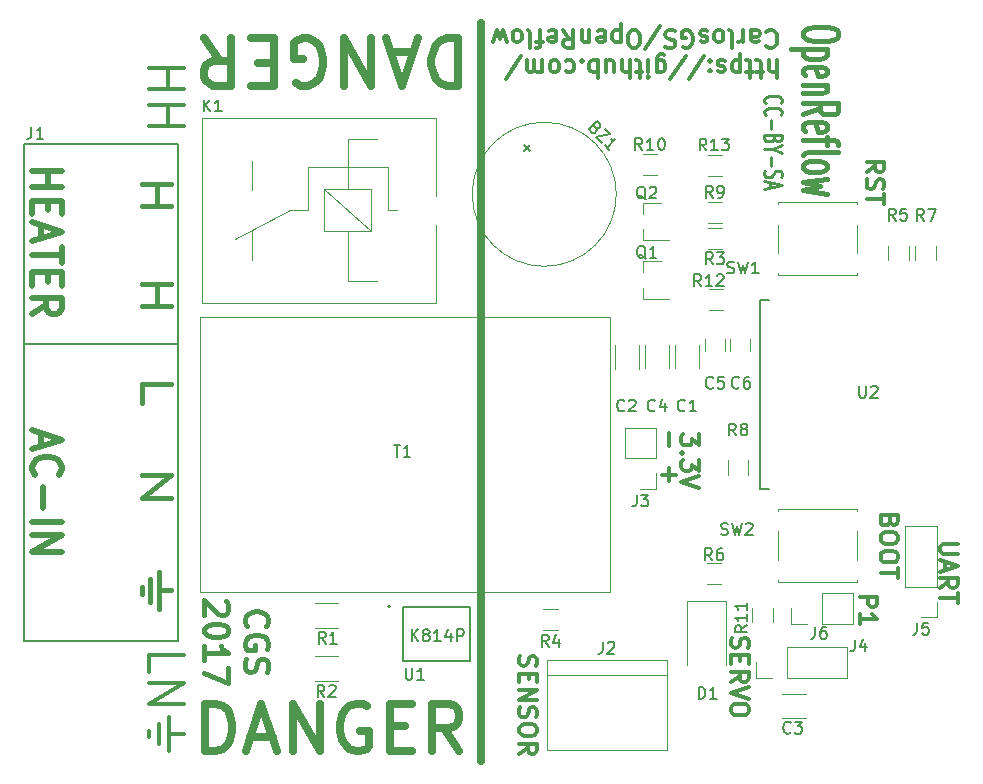
<source format=gbr>
G04 #@! TF.GenerationSoftware,KiCad,Pcbnew,no-vcs-found-c78a2ba~59~ubuntu16.10.1*
G04 #@! TF.CreationDate,2017-11-10T05:59:47+01:00*
G04 #@! TF.ProjectId,open_reflow,6F70656E5F7265666C6F772E6B696361,rev?*
G04 #@! TF.SameCoordinates,Original
G04 #@! TF.FileFunction,Legend,Top*
G04 #@! TF.FilePolarity,Positive*
%FSLAX46Y46*%
G04 Gerber Fmt 4.6, Leading zero omitted, Abs format (unit mm)*
G04 Created by KiCad (PCBNEW no-vcs-found-c78a2ba~59~ubuntu16.10.1) date Fri Nov 10 05:59:47 2017*
%MOMM*%
%LPD*%
G01*
G04 APERTURE LIST*
%ADD10C,0.250000*%
%ADD11C,0.300000*%
%ADD12C,0.425000*%
%ADD13C,0.500000*%
%ADD14C,0.400000*%
%ADD15C,0.700000*%
%ADD16C,0.200000*%
%ADD17C,0.120000*%
%ADD18C,0.152400*%
%ADD19C,0.150000*%
%ADD20C,0.127000*%
G04 APERTURE END LIST*
D10*
X209395285Y-21858695D02*
X209323857Y-21811076D01*
X209252428Y-21668219D01*
X209252428Y-21572980D01*
X209323857Y-21430123D01*
X209466714Y-21334885D01*
X209609571Y-21287266D01*
X209895285Y-21239647D01*
X210109571Y-21239647D01*
X210395285Y-21287266D01*
X210538142Y-21334885D01*
X210681000Y-21430123D01*
X210752428Y-21572980D01*
X210752428Y-21668219D01*
X210681000Y-21811076D01*
X210609571Y-21858695D01*
X209395285Y-22858695D02*
X209323857Y-22811076D01*
X209252428Y-22668219D01*
X209252428Y-22572980D01*
X209323857Y-22430123D01*
X209466714Y-22334885D01*
X209609571Y-22287266D01*
X209895285Y-22239647D01*
X210109571Y-22239647D01*
X210395285Y-22287266D01*
X210538142Y-22334885D01*
X210681000Y-22430123D01*
X210752428Y-22572980D01*
X210752428Y-22668219D01*
X210681000Y-22811076D01*
X210609571Y-22858695D01*
X209823857Y-23287266D02*
X209823857Y-24049171D01*
X210038142Y-24858695D02*
X209966714Y-25001552D01*
X209895285Y-25049171D01*
X209752428Y-25096790D01*
X209538142Y-25096790D01*
X209395285Y-25049171D01*
X209323857Y-25001552D01*
X209252428Y-24906314D01*
X209252428Y-24525361D01*
X210752428Y-24525361D01*
X210752428Y-24858695D01*
X210681000Y-24953933D01*
X210609571Y-25001552D01*
X210466714Y-25049171D01*
X210323857Y-25049171D01*
X210181000Y-25001552D01*
X210109571Y-24953933D01*
X210038142Y-24858695D01*
X210038142Y-24525361D01*
X209966714Y-25715838D02*
X209252428Y-25715838D01*
X210752428Y-25382504D02*
X209966714Y-25715838D01*
X210752428Y-26049171D01*
X209823857Y-26382504D02*
X209823857Y-27144409D01*
X209323857Y-27572980D02*
X209252428Y-27715838D01*
X209252428Y-27953933D01*
X209323857Y-28049171D01*
X209395285Y-28096790D01*
X209538142Y-28144409D01*
X209681000Y-28144409D01*
X209823857Y-28096790D01*
X209895285Y-28049171D01*
X209966714Y-27953933D01*
X210038142Y-27763457D01*
X210109571Y-27668219D01*
X210181000Y-27620600D01*
X210323857Y-27572980D01*
X210466714Y-27572980D01*
X210609571Y-27620600D01*
X210681000Y-27668219D01*
X210752428Y-27763457D01*
X210752428Y-28001552D01*
X210681000Y-28144409D01*
X209681000Y-28525361D02*
X209681000Y-29001552D01*
X209252428Y-28430123D02*
X210752428Y-28763457D01*
X209252428Y-29096790D01*
D11*
X210280557Y-18236728D02*
X210280557Y-19736728D01*
X209637700Y-18236728D02*
X209637700Y-19022442D01*
X209709128Y-19165300D01*
X209851985Y-19236728D01*
X210066271Y-19236728D01*
X210209128Y-19165300D01*
X210280557Y-19093871D01*
X209137700Y-19236728D02*
X208566271Y-19236728D01*
X208923414Y-19736728D02*
X208923414Y-18451014D01*
X208851985Y-18308157D01*
X208709128Y-18236728D01*
X208566271Y-18236728D01*
X208280557Y-19236728D02*
X207709128Y-19236728D01*
X208066271Y-19736728D02*
X208066271Y-18451014D01*
X207994842Y-18308157D01*
X207851985Y-18236728D01*
X207709128Y-18236728D01*
X207209128Y-19236728D02*
X207209128Y-17736728D01*
X207209128Y-19165300D02*
X207066271Y-19236728D01*
X206780557Y-19236728D01*
X206637700Y-19165300D01*
X206566271Y-19093871D01*
X206494842Y-18951014D01*
X206494842Y-18522442D01*
X206566271Y-18379585D01*
X206637700Y-18308157D01*
X206780557Y-18236728D01*
X207066271Y-18236728D01*
X207209128Y-18308157D01*
X205923414Y-18308157D02*
X205780557Y-18236728D01*
X205494842Y-18236728D01*
X205351985Y-18308157D01*
X205280557Y-18451014D01*
X205280557Y-18522442D01*
X205351985Y-18665300D01*
X205494842Y-18736728D01*
X205709128Y-18736728D01*
X205851985Y-18808157D01*
X205923414Y-18951014D01*
X205923414Y-19022442D01*
X205851985Y-19165300D01*
X205709128Y-19236728D01*
X205494842Y-19236728D01*
X205351985Y-19165300D01*
X204637700Y-18379585D02*
X204566271Y-18308157D01*
X204637700Y-18236728D01*
X204709128Y-18308157D01*
X204637700Y-18379585D01*
X204637700Y-18236728D01*
X204637700Y-19165300D02*
X204566271Y-19093871D01*
X204637700Y-19022442D01*
X204709128Y-19093871D01*
X204637700Y-19165300D01*
X204637700Y-19022442D01*
X202851985Y-19808157D02*
X204137700Y-17879585D01*
X201280557Y-19808157D02*
X202566271Y-17879585D01*
X200137700Y-19236728D02*
X200137700Y-18022442D01*
X200209128Y-17879585D01*
X200280557Y-17808157D01*
X200423414Y-17736728D01*
X200637700Y-17736728D01*
X200780557Y-17808157D01*
X200137700Y-18308157D02*
X200280557Y-18236728D01*
X200566271Y-18236728D01*
X200709128Y-18308157D01*
X200780557Y-18379585D01*
X200851985Y-18522442D01*
X200851985Y-18951014D01*
X200780557Y-19093871D01*
X200709128Y-19165300D01*
X200566271Y-19236728D01*
X200280557Y-19236728D01*
X200137700Y-19165300D01*
X199423414Y-18236728D02*
X199423414Y-19236728D01*
X199423414Y-19736728D02*
X199494842Y-19665300D01*
X199423414Y-19593871D01*
X199351985Y-19665300D01*
X199423414Y-19736728D01*
X199423414Y-19593871D01*
X198923414Y-19236728D02*
X198351985Y-19236728D01*
X198709128Y-19736728D02*
X198709128Y-18451014D01*
X198637700Y-18308157D01*
X198494842Y-18236728D01*
X198351985Y-18236728D01*
X197851985Y-18236728D02*
X197851985Y-19736728D01*
X197209128Y-18236728D02*
X197209128Y-19022442D01*
X197280557Y-19165300D01*
X197423414Y-19236728D01*
X197637700Y-19236728D01*
X197780557Y-19165300D01*
X197851985Y-19093871D01*
X195851985Y-19236728D02*
X195851985Y-18236728D01*
X196494842Y-19236728D02*
X196494842Y-18451014D01*
X196423414Y-18308157D01*
X196280557Y-18236728D01*
X196066271Y-18236728D01*
X195923414Y-18308157D01*
X195851985Y-18379585D01*
X195137700Y-18236728D02*
X195137700Y-19736728D01*
X195137700Y-19165299D02*
X194994842Y-19236728D01*
X194709128Y-19236728D01*
X194566271Y-19165299D01*
X194494842Y-19093871D01*
X194423414Y-18951014D01*
X194423414Y-18522442D01*
X194494842Y-18379585D01*
X194566271Y-18308157D01*
X194709128Y-18236728D01*
X194994842Y-18236728D01*
X195137700Y-18308157D01*
X193780557Y-18379585D02*
X193709128Y-18308157D01*
X193780557Y-18236728D01*
X193851985Y-18308157D01*
X193780557Y-18379585D01*
X193780557Y-18236728D01*
X192423414Y-18308157D02*
X192566271Y-18236728D01*
X192851985Y-18236728D01*
X192994842Y-18308157D01*
X193066271Y-18379585D01*
X193137700Y-18522442D01*
X193137700Y-18951014D01*
X193066271Y-19093871D01*
X192994842Y-19165299D01*
X192851985Y-19236728D01*
X192566271Y-19236728D01*
X192423414Y-19165299D01*
X191566271Y-18236728D02*
X191709128Y-18308157D01*
X191780557Y-18379585D01*
X191851985Y-18522442D01*
X191851985Y-18951014D01*
X191780557Y-19093871D01*
X191709128Y-19165299D01*
X191566271Y-19236728D01*
X191351985Y-19236728D01*
X191209128Y-19165299D01*
X191137700Y-19093871D01*
X191066271Y-18951014D01*
X191066271Y-18522442D01*
X191137700Y-18379585D01*
X191209128Y-18308157D01*
X191351985Y-18236728D01*
X191566271Y-18236728D01*
X190423414Y-18236728D02*
X190423414Y-19236728D01*
X190423414Y-19093871D02*
X190351985Y-19165299D01*
X190209128Y-19236728D01*
X189994842Y-19236728D01*
X189851985Y-19165299D01*
X189780557Y-19022442D01*
X189780557Y-18236728D01*
X189780557Y-19022442D02*
X189709128Y-19165299D01*
X189566271Y-19236728D01*
X189351985Y-19236728D01*
X189209128Y-19165299D01*
X189137700Y-19022442D01*
X189137700Y-18236728D01*
X187351985Y-19808157D02*
X188637700Y-17879585D01*
X209423414Y-15829585D02*
X209494842Y-15758157D01*
X209709128Y-15686728D01*
X209851985Y-15686728D01*
X210066271Y-15758157D01*
X210209128Y-15901014D01*
X210280557Y-16043871D01*
X210351985Y-16329585D01*
X210351985Y-16543871D01*
X210280557Y-16829585D01*
X210209128Y-16972442D01*
X210066271Y-17115300D01*
X209851985Y-17186728D01*
X209709128Y-17186728D01*
X209494842Y-17115300D01*
X209423414Y-17043871D01*
X208137700Y-15686728D02*
X208137700Y-16472442D01*
X208209128Y-16615300D01*
X208351985Y-16686728D01*
X208637700Y-16686728D01*
X208780557Y-16615300D01*
X208137700Y-15758157D02*
X208280557Y-15686728D01*
X208637700Y-15686728D01*
X208780557Y-15758157D01*
X208851985Y-15901014D01*
X208851985Y-16043871D01*
X208780557Y-16186728D01*
X208637700Y-16258157D01*
X208280557Y-16258157D01*
X208137700Y-16329585D01*
X207423414Y-15686728D02*
X207423414Y-16686728D01*
X207423414Y-16401014D02*
X207351985Y-16543871D01*
X207280557Y-16615300D01*
X207137700Y-16686728D01*
X206994842Y-16686728D01*
X206280557Y-15686728D02*
X206423414Y-15758157D01*
X206494842Y-15901014D01*
X206494842Y-17186728D01*
X205494842Y-15686728D02*
X205637700Y-15758157D01*
X205709128Y-15829585D01*
X205780557Y-15972442D01*
X205780557Y-16401014D01*
X205709128Y-16543871D01*
X205637700Y-16615300D01*
X205494842Y-16686728D01*
X205280557Y-16686728D01*
X205137700Y-16615300D01*
X205066271Y-16543871D01*
X204994842Y-16401014D01*
X204994842Y-15972442D01*
X205066271Y-15829585D01*
X205137700Y-15758157D01*
X205280557Y-15686728D01*
X205494842Y-15686728D01*
X204423414Y-15758157D02*
X204280557Y-15686728D01*
X203994842Y-15686728D01*
X203851985Y-15758157D01*
X203780557Y-15901014D01*
X203780557Y-15972442D01*
X203851985Y-16115300D01*
X203994842Y-16186728D01*
X204209128Y-16186728D01*
X204351985Y-16258157D01*
X204423414Y-16401014D01*
X204423414Y-16472442D01*
X204351985Y-16615300D01*
X204209128Y-16686728D01*
X203994842Y-16686728D01*
X203851985Y-16615300D01*
X202351985Y-17115300D02*
X202494842Y-17186728D01*
X202709128Y-17186728D01*
X202923414Y-17115300D01*
X203066271Y-16972442D01*
X203137700Y-16829585D01*
X203209128Y-16543871D01*
X203209128Y-16329585D01*
X203137700Y-16043871D01*
X203066271Y-15901014D01*
X202923414Y-15758157D01*
X202709128Y-15686728D01*
X202566271Y-15686728D01*
X202351985Y-15758157D01*
X202280557Y-15829585D01*
X202280557Y-16329585D01*
X202566271Y-16329585D01*
X201709128Y-15758157D02*
X201494842Y-15686728D01*
X201137700Y-15686728D01*
X200994842Y-15758157D01*
X200923414Y-15829585D01*
X200851985Y-15972442D01*
X200851985Y-16115299D01*
X200923414Y-16258157D01*
X200994842Y-16329585D01*
X201137700Y-16401014D01*
X201423414Y-16472442D01*
X201566271Y-16543871D01*
X201637700Y-16615299D01*
X201709128Y-16758157D01*
X201709128Y-16901014D01*
X201637700Y-17043871D01*
X201566271Y-17115300D01*
X201423414Y-17186728D01*
X201066271Y-17186728D01*
X200851985Y-17115300D01*
X199137700Y-17258157D02*
X200423414Y-15329585D01*
X198351985Y-17186728D02*
X198066271Y-17186728D01*
X197923414Y-17115300D01*
X197780557Y-16972442D01*
X197709128Y-16686728D01*
X197709128Y-16186728D01*
X197780557Y-15901014D01*
X197923414Y-15758157D01*
X198066271Y-15686728D01*
X198351985Y-15686728D01*
X198494842Y-15758157D01*
X198637700Y-15901014D01*
X198709128Y-16186728D01*
X198709128Y-16686728D01*
X198637700Y-16972442D01*
X198494842Y-17115300D01*
X198351985Y-17186728D01*
X197066271Y-16686728D02*
X197066271Y-15186728D01*
X197066271Y-16615299D02*
X196923414Y-16686728D01*
X196637700Y-16686728D01*
X196494842Y-16615299D01*
X196423414Y-16543871D01*
X196351985Y-16401014D01*
X196351985Y-15972442D01*
X196423414Y-15829585D01*
X196494842Y-15758157D01*
X196637700Y-15686728D01*
X196923414Y-15686728D01*
X197066271Y-15758157D01*
X195137700Y-15758157D02*
X195280557Y-15686728D01*
X195566271Y-15686728D01*
X195709128Y-15758157D01*
X195780557Y-15901014D01*
X195780557Y-16472442D01*
X195709128Y-16615299D01*
X195566271Y-16686728D01*
X195280557Y-16686728D01*
X195137700Y-16615299D01*
X195066271Y-16472442D01*
X195066271Y-16329585D01*
X195780557Y-16186728D01*
X194423414Y-16686728D02*
X194423414Y-15686728D01*
X194423414Y-16543871D02*
X194351985Y-16615299D01*
X194209128Y-16686728D01*
X193994842Y-16686728D01*
X193851985Y-16615299D01*
X193780557Y-16472442D01*
X193780557Y-15686728D01*
X192209128Y-15686728D02*
X192709128Y-16401014D01*
X193066271Y-15686728D02*
X193066271Y-17186728D01*
X192494842Y-17186728D01*
X192351985Y-17115299D01*
X192280557Y-17043871D01*
X192209128Y-16901014D01*
X192209128Y-16686728D01*
X192280557Y-16543871D01*
X192351985Y-16472442D01*
X192494842Y-16401014D01*
X193066271Y-16401014D01*
X190994842Y-15758157D02*
X191137700Y-15686728D01*
X191423414Y-15686728D01*
X191566271Y-15758157D01*
X191637700Y-15901014D01*
X191637700Y-16472442D01*
X191566271Y-16615299D01*
X191423414Y-16686728D01*
X191137700Y-16686728D01*
X190994842Y-16615299D01*
X190923414Y-16472442D01*
X190923414Y-16329585D01*
X191637700Y-16186728D01*
X190494842Y-16686728D02*
X189923414Y-16686728D01*
X190280557Y-15686728D02*
X190280557Y-16972442D01*
X190209128Y-17115299D01*
X190066271Y-17186728D01*
X189923414Y-17186728D01*
X189209128Y-15686728D02*
X189351985Y-15758157D01*
X189423414Y-15901014D01*
X189423414Y-17186728D01*
X188423414Y-15686728D02*
X188566271Y-15758157D01*
X188637700Y-15829585D01*
X188709128Y-15972442D01*
X188709128Y-16401014D01*
X188637700Y-16543871D01*
X188566271Y-16615299D01*
X188423414Y-16686728D01*
X188209128Y-16686728D01*
X188066271Y-16615299D01*
X187994842Y-16543871D01*
X187923414Y-16401014D01*
X187923414Y-15972442D01*
X187994842Y-15829585D01*
X188066271Y-15758157D01*
X188209128Y-15686728D01*
X188423414Y-15686728D01*
X187423414Y-16686728D02*
X187137700Y-15686728D01*
X186851985Y-16401014D01*
X186566271Y-15686728D01*
X186280557Y-16686728D01*
D12*
X215510857Y-15855980D02*
X215510857Y-16179790D01*
X215368000Y-16341695D01*
X215082285Y-16503600D01*
X214510857Y-16584552D01*
X213510857Y-16584552D01*
X212939428Y-16503600D01*
X212653714Y-16341695D01*
X212510857Y-16179790D01*
X212510857Y-15855980D01*
X212653714Y-15694076D01*
X212939428Y-15532171D01*
X213510857Y-15451219D01*
X214510857Y-15451219D01*
X215082285Y-15532171D01*
X215368000Y-15694076D01*
X215510857Y-15855980D01*
X214510857Y-17313123D02*
X211510857Y-17313123D01*
X214368000Y-17313123D02*
X214510857Y-17475028D01*
X214510857Y-17798838D01*
X214368000Y-17960742D01*
X214225142Y-18041695D01*
X213939428Y-18122647D01*
X213082285Y-18122647D01*
X212796571Y-18041695D01*
X212653714Y-17960742D01*
X212510857Y-17798838D01*
X212510857Y-17475028D01*
X212653714Y-17313123D01*
X212653714Y-19498838D02*
X212510857Y-19336933D01*
X212510857Y-19013123D01*
X212653714Y-18851219D01*
X212939428Y-18770266D01*
X214082285Y-18770266D01*
X214368000Y-18851219D01*
X214510857Y-19013123D01*
X214510857Y-19336933D01*
X214368000Y-19498838D01*
X214082285Y-19579790D01*
X213796571Y-19579790D01*
X213510857Y-18770266D01*
X214510857Y-20308361D02*
X212510857Y-20308361D01*
X214225142Y-20308361D02*
X214368000Y-20389314D01*
X214510857Y-20551219D01*
X214510857Y-20794076D01*
X214368000Y-20955980D01*
X214082285Y-21036933D01*
X212510857Y-21036933D01*
X212510857Y-22817885D02*
X213939428Y-22251219D01*
X212510857Y-21846457D02*
X215510857Y-21846457D01*
X215510857Y-22494076D01*
X215368000Y-22655980D01*
X215225142Y-22736933D01*
X214939428Y-22817885D01*
X214510857Y-22817885D01*
X214225142Y-22736933D01*
X214082285Y-22655980D01*
X213939428Y-22494076D01*
X213939428Y-21846457D01*
X212653714Y-24194076D02*
X212510857Y-24032171D01*
X212510857Y-23708361D01*
X212653714Y-23546457D01*
X212939428Y-23465504D01*
X214082285Y-23465504D01*
X214368000Y-23546457D01*
X214510857Y-23708361D01*
X214510857Y-24032171D01*
X214368000Y-24194076D01*
X214082285Y-24275028D01*
X213796571Y-24275028D01*
X213510857Y-23465504D01*
X214510857Y-24760742D02*
X214510857Y-25408361D01*
X212510857Y-25003600D02*
X215082285Y-25003600D01*
X215368000Y-25084552D01*
X215510857Y-25246457D01*
X215510857Y-25408361D01*
X212510857Y-26217885D02*
X212653714Y-26055980D01*
X212939428Y-25975028D01*
X215510857Y-25975028D01*
X212510857Y-27108361D02*
X212653714Y-26946457D01*
X212796571Y-26865504D01*
X213082285Y-26784552D01*
X213939428Y-26784552D01*
X214225142Y-26865504D01*
X214368000Y-26946457D01*
X214510857Y-27108361D01*
X214510857Y-27351219D01*
X214368000Y-27513123D01*
X214225142Y-27594076D01*
X213939428Y-27675028D01*
X213082285Y-27675028D01*
X212796571Y-27594076D01*
X212653714Y-27513123D01*
X212510857Y-27351219D01*
X212510857Y-27108361D01*
X214510857Y-28241695D02*
X212510857Y-28565504D01*
X213939428Y-28889314D01*
X212510857Y-29213123D01*
X214510857Y-29536933D01*
D13*
X147255847Y-27599114D02*
X149755847Y-27599114D01*
X148565371Y-27599114D02*
X148565371Y-28970542D01*
X147255847Y-28970542D02*
X149755847Y-28970542D01*
X148565371Y-30113400D02*
X148565371Y-30913400D01*
X147255847Y-31256257D02*
X147255847Y-30113400D01*
X149755847Y-30113400D01*
X149755847Y-31256257D01*
X147970133Y-32170542D02*
X147970133Y-33313400D01*
X147255847Y-31941971D02*
X149755847Y-32741971D01*
X147255847Y-33541971D01*
X149755847Y-33999114D02*
X149755847Y-35370542D01*
X147255847Y-34684828D02*
X149755847Y-34684828D01*
X148565371Y-36170542D02*
X148565371Y-36970542D01*
X147255847Y-37313400D02*
X147255847Y-36170542D01*
X149755847Y-36170542D01*
X149755847Y-37313400D01*
X147255847Y-39713400D02*
X148446323Y-38913400D01*
X147255847Y-38341971D02*
X149755847Y-38341971D01*
X149755847Y-39256257D01*
X149636800Y-39484828D01*
X149517752Y-39599114D01*
X149279657Y-39713400D01*
X148922514Y-39713400D01*
X148684419Y-39599114D01*
X148565371Y-39484828D01*
X148446323Y-39256257D01*
X148446323Y-38341971D01*
X147970133Y-49770542D02*
X147970133Y-50913400D01*
X147255847Y-49541971D02*
X149755847Y-50341971D01*
X147255847Y-51141971D01*
X147493942Y-53313400D02*
X147374895Y-53199114D01*
X147255847Y-52856257D01*
X147255847Y-52627685D01*
X147374895Y-52284828D01*
X147612990Y-52056257D01*
X147851085Y-51941971D01*
X148327276Y-51827685D01*
X148684419Y-51827685D01*
X149160609Y-51941971D01*
X149398704Y-52056257D01*
X149636800Y-52284828D01*
X149755847Y-52627685D01*
X149755847Y-52856257D01*
X149636800Y-53199114D01*
X149517752Y-53313400D01*
X148208228Y-54341971D02*
X148208228Y-56170542D01*
X147255847Y-57313400D02*
X149755847Y-57313400D01*
X147255847Y-58456257D02*
X149755847Y-58456257D01*
X147255847Y-59827685D01*
X149755847Y-59827685D01*
D14*
X156526847Y-28697085D02*
X159026847Y-28697085D01*
X157836371Y-28697085D02*
X157836371Y-30582800D01*
X156526847Y-30582800D02*
X159026847Y-30582800D01*
X156526847Y-37182800D02*
X159026847Y-37182800D01*
X157836371Y-37182800D02*
X157836371Y-39068514D01*
X156526847Y-39068514D02*
X159026847Y-39068514D01*
X156526847Y-47239942D02*
X156526847Y-45668514D01*
X159026847Y-45668514D01*
X156526847Y-53368514D02*
X159026847Y-53368514D01*
X156526847Y-55254228D01*
X159026847Y-55254228D01*
X157955419Y-61539942D02*
X157955419Y-64682800D01*
X157241133Y-62168514D02*
X157241133Y-64054228D01*
X159026847Y-63111371D02*
X157955419Y-63111371D01*
X156526847Y-63425657D02*
X156526847Y-62797085D01*
D15*
X185267600Y-77571600D02*
X185267600Y-15036800D01*
X183335866Y-16376876D02*
X183335866Y-20376876D01*
X182383485Y-20376876D01*
X181812057Y-20186400D01*
X181431104Y-19805447D01*
X181240628Y-19424495D01*
X181050152Y-18662590D01*
X181050152Y-18091161D01*
X181240628Y-17329257D01*
X181431104Y-16948304D01*
X181812057Y-16567352D01*
X182383485Y-16376876D01*
X183335866Y-16376876D01*
X179526342Y-17519733D02*
X177621580Y-17519733D01*
X179907295Y-16376876D02*
X178573961Y-20376876D01*
X177240628Y-16376876D01*
X175907295Y-16376876D02*
X175907295Y-20376876D01*
X173621580Y-16376876D01*
X173621580Y-20376876D01*
X169621580Y-20186400D02*
X170002533Y-20376876D01*
X170573961Y-20376876D01*
X171145390Y-20186400D01*
X171526342Y-19805447D01*
X171716819Y-19424495D01*
X171907295Y-18662590D01*
X171907295Y-18091161D01*
X171716819Y-17329257D01*
X171526342Y-16948304D01*
X171145390Y-16567352D01*
X170573961Y-16376876D01*
X170193009Y-16376876D01*
X169621580Y-16567352D01*
X169431104Y-16757828D01*
X169431104Y-18091161D01*
X170193009Y-18091161D01*
X167716819Y-18472114D02*
X166383485Y-18472114D01*
X165812057Y-16376876D02*
X167716819Y-16376876D01*
X167716819Y-20376876D01*
X165812057Y-20376876D01*
X161812057Y-16376876D02*
X163145390Y-18281638D01*
X164097771Y-16376876D02*
X164097771Y-20376876D01*
X162573961Y-20376876D01*
X162193009Y-20186400D01*
X162002533Y-19995923D01*
X161812057Y-19614971D01*
X161812057Y-19043542D01*
X162002533Y-18662590D01*
X162193009Y-18472114D01*
X162573961Y-18281638D01*
X164097771Y-18281638D01*
X161900933Y-76688723D02*
X161900933Y-72688723D01*
X162853314Y-72688723D01*
X163424742Y-72879200D01*
X163805695Y-73260152D01*
X163996171Y-73641104D01*
X164186647Y-74403009D01*
X164186647Y-74974438D01*
X163996171Y-75736342D01*
X163805695Y-76117295D01*
X163424742Y-76498247D01*
X162853314Y-76688723D01*
X161900933Y-76688723D01*
X165710457Y-75545866D02*
X167615219Y-75545866D01*
X165329504Y-76688723D02*
X166662838Y-72688723D01*
X167996171Y-76688723D01*
X169329504Y-76688723D02*
X169329504Y-72688723D01*
X171615219Y-76688723D01*
X171615219Y-72688723D01*
X175615219Y-72879200D02*
X175234266Y-72688723D01*
X174662838Y-72688723D01*
X174091409Y-72879200D01*
X173710457Y-73260152D01*
X173519980Y-73641104D01*
X173329504Y-74403009D01*
X173329504Y-74974438D01*
X173519980Y-75736342D01*
X173710457Y-76117295D01*
X174091409Y-76498247D01*
X174662838Y-76688723D01*
X175043790Y-76688723D01*
X175615219Y-76498247D01*
X175805695Y-76307771D01*
X175805695Y-74974438D01*
X175043790Y-74974438D01*
X177519980Y-74593485D02*
X178853314Y-74593485D01*
X179424742Y-76688723D02*
X177519980Y-76688723D01*
X177519980Y-72688723D01*
X179424742Y-72688723D01*
X183424742Y-76688723D02*
X182091409Y-74783961D01*
X181139028Y-76688723D02*
X181139028Y-72688723D01*
X182662838Y-72688723D01*
X183043790Y-72879200D01*
X183234266Y-73069676D01*
X183424742Y-73450628D01*
X183424742Y-74022057D01*
X183234266Y-74403009D01*
X183043790Y-74593485D01*
X182662838Y-74783961D01*
X181139028Y-74783961D01*
D11*
X188572057Y-68653542D02*
X188500628Y-68867828D01*
X188500628Y-69224971D01*
X188572057Y-69367828D01*
X188643485Y-69439257D01*
X188786342Y-69510685D01*
X188929200Y-69510685D01*
X189072057Y-69439257D01*
X189143485Y-69367828D01*
X189214914Y-69224971D01*
X189286342Y-68939257D01*
X189357771Y-68796400D01*
X189429200Y-68724971D01*
X189572057Y-68653542D01*
X189714914Y-68653542D01*
X189857771Y-68724971D01*
X189929200Y-68796400D01*
X190000628Y-68939257D01*
X190000628Y-69296400D01*
X189929200Y-69510685D01*
X189286342Y-70153542D02*
X189286342Y-70653542D01*
X188500628Y-70867828D02*
X188500628Y-70153542D01*
X190000628Y-70153542D01*
X190000628Y-70867828D01*
X188500628Y-71510685D02*
X190000628Y-71510685D01*
X188500628Y-72367828D01*
X190000628Y-72367828D01*
X188572057Y-73010685D02*
X188500628Y-73224971D01*
X188500628Y-73582114D01*
X188572057Y-73724971D01*
X188643485Y-73796400D01*
X188786342Y-73867828D01*
X188929200Y-73867828D01*
X189072057Y-73796400D01*
X189143485Y-73724971D01*
X189214914Y-73582114D01*
X189286342Y-73296400D01*
X189357771Y-73153542D01*
X189429200Y-73082114D01*
X189572057Y-73010685D01*
X189714914Y-73010685D01*
X189857771Y-73082114D01*
X189929200Y-73153542D01*
X190000628Y-73296400D01*
X190000628Y-73653542D01*
X189929200Y-73867828D01*
X190000628Y-74796400D02*
X190000628Y-75082114D01*
X189929200Y-75224971D01*
X189786342Y-75367828D01*
X189500628Y-75439257D01*
X189000628Y-75439257D01*
X188714914Y-75367828D01*
X188572057Y-75224971D01*
X188500628Y-75082114D01*
X188500628Y-74796400D01*
X188572057Y-74653542D01*
X188714914Y-74510685D01*
X189000628Y-74439257D01*
X189500628Y-74439257D01*
X189786342Y-74510685D01*
X189929200Y-74653542D01*
X190000628Y-74796400D01*
X188500628Y-76939257D02*
X189214914Y-76439257D01*
X188500628Y-76082114D02*
X190000628Y-76082114D01*
X190000628Y-76653542D01*
X189929200Y-76796400D01*
X189857771Y-76867828D01*
X189714914Y-76939257D01*
X189500628Y-76939257D01*
X189357771Y-76867828D01*
X189286342Y-76796400D01*
X189214914Y-76653542D01*
X189214914Y-76082114D01*
D16*
X159613600Y-42214800D02*
X146608800Y-42214800D01*
D11*
X157138857Y-18907428D02*
X160138857Y-18907428D01*
X158710285Y-18907428D02*
X158710285Y-20621714D01*
X157138857Y-20621714D02*
X160138857Y-20621714D01*
X157138857Y-22050285D02*
X160138857Y-22050285D01*
X158710285Y-22050285D02*
X158710285Y-23764571D01*
X157138857Y-23764571D02*
X160138857Y-23764571D01*
X157138857Y-69991600D02*
X157138857Y-68563028D01*
X160138857Y-68563028D01*
X157138857Y-70991600D02*
X160138857Y-70991600D01*
X157138857Y-72705885D01*
X160138857Y-72705885D01*
X158853142Y-73848742D02*
X158853142Y-76705885D01*
X157996000Y-74420171D02*
X157996000Y-76134457D01*
X160138857Y-75277314D02*
X158853142Y-75277314D01*
X157138857Y-75563028D02*
X157138857Y-74991600D01*
X201162457Y-49744571D02*
X201162457Y-50887428D01*
X201162457Y-52744571D02*
X201162457Y-53887428D01*
X200591028Y-53316000D02*
X201733885Y-53316000D01*
X203716628Y-49906514D02*
X203716628Y-50835085D01*
X203145200Y-50335085D01*
X203145200Y-50549371D01*
X203073771Y-50692228D01*
X203002342Y-50763657D01*
X202859485Y-50835085D01*
X202502342Y-50835085D01*
X202359485Y-50763657D01*
X202288057Y-50692228D01*
X202216628Y-50549371D01*
X202216628Y-50120800D01*
X202288057Y-49977942D01*
X202359485Y-49906514D01*
X202359485Y-51477942D02*
X202288057Y-51549371D01*
X202216628Y-51477942D01*
X202288057Y-51406514D01*
X202359485Y-51477942D01*
X202216628Y-51477942D01*
X203716628Y-52049371D02*
X203716628Y-52977942D01*
X203145200Y-52477942D01*
X203145200Y-52692228D01*
X203073771Y-52835085D01*
X203002342Y-52906514D01*
X202859485Y-52977942D01*
X202502342Y-52977942D01*
X202359485Y-52906514D01*
X202288057Y-52835085D01*
X202216628Y-52692228D01*
X202216628Y-52263657D01*
X202288057Y-52120800D01*
X202359485Y-52049371D01*
X203716628Y-53406514D02*
X202216628Y-53906514D01*
X203716628Y-54406514D01*
X217304228Y-63662857D02*
X218804228Y-63662857D01*
X218804228Y-64234285D01*
X218732800Y-64377142D01*
X218661371Y-64448571D01*
X218518514Y-64520000D01*
X218304228Y-64520000D01*
X218161371Y-64448571D01*
X218089942Y-64377142D01*
X218018514Y-64234285D01*
X218018514Y-63662857D01*
X217304228Y-65948571D02*
X217304228Y-65091428D01*
X217304228Y-65520000D02*
X218804228Y-65520000D01*
X218589942Y-65377142D01*
X218447085Y-65234285D01*
X218375657Y-65091428D01*
X206504457Y-67123085D02*
X206433028Y-67337371D01*
X206433028Y-67694514D01*
X206504457Y-67837371D01*
X206575885Y-67908800D01*
X206718742Y-67980228D01*
X206861600Y-67980228D01*
X207004457Y-67908800D01*
X207075885Y-67837371D01*
X207147314Y-67694514D01*
X207218742Y-67408800D01*
X207290171Y-67265942D01*
X207361600Y-67194514D01*
X207504457Y-67123085D01*
X207647314Y-67123085D01*
X207790171Y-67194514D01*
X207861600Y-67265942D01*
X207933028Y-67408800D01*
X207933028Y-67765942D01*
X207861600Y-67980228D01*
X207218742Y-68623085D02*
X207218742Y-69123085D01*
X206433028Y-69337371D02*
X206433028Y-68623085D01*
X207933028Y-68623085D01*
X207933028Y-69337371D01*
X206433028Y-70837371D02*
X207147314Y-70337371D01*
X206433028Y-69980228D02*
X207933028Y-69980228D01*
X207933028Y-70551657D01*
X207861600Y-70694514D01*
X207790171Y-70765942D01*
X207647314Y-70837371D01*
X207433028Y-70837371D01*
X207290171Y-70765942D01*
X207218742Y-70694514D01*
X207147314Y-70551657D01*
X207147314Y-69980228D01*
X207933028Y-71265942D02*
X206433028Y-71765942D01*
X207933028Y-72265942D01*
X207933028Y-73051657D02*
X207933028Y-73337371D01*
X207861600Y-73480228D01*
X207718742Y-73623085D01*
X207433028Y-73694514D01*
X206933028Y-73694514D01*
X206647314Y-73623085D01*
X206504457Y-73480228D01*
X206433028Y-73337371D01*
X206433028Y-73051657D01*
X206504457Y-72908800D01*
X206647314Y-72765942D01*
X206933028Y-72694514D01*
X207433028Y-72694514D01*
X207718742Y-72765942D01*
X207861600Y-72908800D01*
X207933028Y-73051657D01*
X217901128Y-27715471D02*
X218615414Y-27215471D01*
X217901128Y-26858328D02*
X219401128Y-26858328D01*
X219401128Y-27429757D01*
X219329700Y-27572614D01*
X219258271Y-27644042D01*
X219115414Y-27715471D01*
X218901128Y-27715471D01*
X218758271Y-27644042D01*
X218686842Y-27572614D01*
X218615414Y-27429757D01*
X218615414Y-26858328D01*
X217972557Y-28286900D02*
X217901128Y-28501185D01*
X217901128Y-28858328D01*
X217972557Y-29001185D01*
X218043985Y-29072614D01*
X218186842Y-29144042D01*
X218329700Y-29144042D01*
X218472557Y-29072614D01*
X218543985Y-29001185D01*
X218615414Y-28858328D01*
X218686842Y-28572614D01*
X218758271Y-28429757D01*
X218829700Y-28358328D01*
X218972557Y-28286900D01*
X219115414Y-28286900D01*
X219258271Y-28358328D01*
X219329700Y-28429757D01*
X219401128Y-28572614D01*
X219401128Y-28929757D01*
X219329700Y-29144042D01*
X219401128Y-29572614D02*
X219401128Y-30429757D01*
X217901128Y-30001185D02*
X219401128Y-30001185D01*
X219867942Y-57247885D02*
X219796514Y-57462171D01*
X219725085Y-57533600D01*
X219582228Y-57605028D01*
X219367942Y-57605028D01*
X219225085Y-57533600D01*
X219153657Y-57462171D01*
X219082228Y-57319314D01*
X219082228Y-56747885D01*
X220582228Y-56747885D01*
X220582228Y-57247885D01*
X220510800Y-57390742D01*
X220439371Y-57462171D01*
X220296514Y-57533600D01*
X220153657Y-57533600D01*
X220010800Y-57462171D01*
X219939371Y-57390742D01*
X219867942Y-57247885D01*
X219867942Y-56747885D01*
X220582228Y-58533600D02*
X220582228Y-58819314D01*
X220510800Y-58962171D01*
X220367942Y-59105028D01*
X220082228Y-59176457D01*
X219582228Y-59176457D01*
X219296514Y-59105028D01*
X219153657Y-58962171D01*
X219082228Y-58819314D01*
X219082228Y-58533600D01*
X219153657Y-58390742D01*
X219296514Y-58247885D01*
X219582228Y-58176457D01*
X220082228Y-58176457D01*
X220367942Y-58247885D01*
X220510800Y-58390742D01*
X220582228Y-58533600D01*
X220582228Y-60105028D02*
X220582228Y-60390742D01*
X220510800Y-60533600D01*
X220367942Y-60676457D01*
X220082228Y-60747885D01*
X219582228Y-60747885D01*
X219296514Y-60676457D01*
X219153657Y-60533600D01*
X219082228Y-60390742D01*
X219082228Y-60105028D01*
X219153657Y-59962171D01*
X219296514Y-59819314D01*
X219582228Y-59747885D01*
X220082228Y-59747885D01*
X220367942Y-59819314D01*
X220510800Y-59962171D01*
X220582228Y-60105028D01*
X220582228Y-61176457D02*
X220582228Y-62033600D01*
X219082228Y-61605028D02*
X220582228Y-61605028D01*
X225611428Y-59176742D02*
X224397142Y-59176742D01*
X224254285Y-59248171D01*
X224182857Y-59319600D01*
X224111428Y-59462457D01*
X224111428Y-59748171D01*
X224182857Y-59891028D01*
X224254285Y-59962457D01*
X224397142Y-60033885D01*
X225611428Y-60033885D01*
X224540000Y-60676742D02*
X224540000Y-61391028D01*
X224111428Y-60533885D02*
X225611428Y-61033885D01*
X224111428Y-61533885D01*
X224111428Y-62891028D02*
X224825714Y-62391028D01*
X224111428Y-62033885D02*
X225611428Y-62033885D01*
X225611428Y-62605314D01*
X225540000Y-62748171D01*
X225468571Y-62819600D01*
X225325714Y-62891028D01*
X225111428Y-62891028D01*
X224968571Y-62819600D01*
X224897142Y-62748171D01*
X224825714Y-62605314D01*
X224825714Y-62033885D01*
X225611428Y-63319600D02*
X225611428Y-64176742D01*
X224111428Y-63748171D02*
X225611428Y-63748171D01*
D14*
X165425314Y-66129066D02*
X165330076Y-66033828D01*
X165234838Y-65748114D01*
X165234838Y-65557638D01*
X165330076Y-65271923D01*
X165520552Y-65081447D01*
X165711028Y-64986209D01*
X166091980Y-64890971D01*
X166377695Y-64890971D01*
X166758647Y-64986209D01*
X166949123Y-65081447D01*
X167139600Y-65271923D01*
X167234838Y-65557638D01*
X167234838Y-65748114D01*
X167139600Y-66033828D01*
X167044361Y-66129066D01*
X167139600Y-68033828D02*
X167234838Y-67843352D01*
X167234838Y-67557638D01*
X167139600Y-67271923D01*
X166949123Y-67081447D01*
X166758647Y-66986209D01*
X166377695Y-66890971D01*
X166091980Y-66890971D01*
X165711028Y-66986209D01*
X165520552Y-67081447D01*
X165330076Y-67271923D01*
X165234838Y-67557638D01*
X165234838Y-67748114D01*
X165330076Y-68033828D01*
X165425314Y-68129066D01*
X166091980Y-68129066D01*
X166091980Y-67748114D01*
X165330076Y-68890971D02*
X165234838Y-69176685D01*
X165234838Y-69652876D01*
X165330076Y-69843352D01*
X165425314Y-69938590D01*
X165615790Y-70033828D01*
X165806266Y-70033828D01*
X165996742Y-69938590D01*
X166091980Y-69843352D01*
X166187219Y-69652876D01*
X166282457Y-69271923D01*
X166377695Y-69081447D01*
X166472933Y-68986209D01*
X166663409Y-68890971D01*
X166853885Y-68890971D01*
X167044361Y-68986209D01*
X167139600Y-69081447D01*
X167234838Y-69271923D01*
X167234838Y-69748114D01*
X167139600Y-70033828D01*
X163644361Y-64033828D02*
X163739600Y-64129066D01*
X163834838Y-64319542D01*
X163834838Y-64795733D01*
X163739600Y-64986209D01*
X163644361Y-65081447D01*
X163453885Y-65176685D01*
X163263409Y-65176685D01*
X162977695Y-65081447D01*
X161834838Y-63938590D01*
X161834838Y-65176685D01*
X163834838Y-66414780D02*
X163834838Y-66605257D01*
X163739600Y-66795733D01*
X163644361Y-66890971D01*
X163453885Y-66986209D01*
X163072933Y-67081447D01*
X162596742Y-67081447D01*
X162215790Y-66986209D01*
X162025314Y-66890971D01*
X161930076Y-66795733D01*
X161834838Y-66605257D01*
X161834838Y-66414780D01*
X161930076Y-66224304D01*
X162025314Y-66129066D01*
X162215790Y-66033828D01*
X162596742Y-65938590D01*
X163072933Y-65938590D01*
X163453885Y-66033828D01*
X163644361Y-66129066D01*
X163739600Y-66224304D01*
X163834838Y-66414780D01*
X161834838Y-68986209D02*
X161834838Y-67843352D01*
X161834838Y-68414780D02*
X163834838Y-68414780D01*
X163549123Y-68224304D01*
X163358647Y-68033828D01*
X163263409Y-67843352D01*
X163834838Y-69652876D02*
X163834838Y-70986209D01*
X161834838Y-70129066D01*
D17*
X198995000Y-35250000D02*
X200455000Y-35250000D01*
X198995000Y-38410000D02*
X201155000Y-38410000D01*
X198995000Y-38410000D02*
X198995000Y-37480000D01*
X198995000Y-35250000D02*
X198995000Y-36180000D01*
X161432500Y-63205500D02*
X196132500Y-63205500D01*
X161432500Y-40005500D02*
X196132500Y-40005500D01*
X196132500Y-40005500D02*
X196132500Y-63205500D01*
X161432500Y-63205500D02*
X161432500Y-40005500D01*
D18*
X209644500Y-38514500D02*
X208882500Y-38514500D01*
X208882500Y-38514500D02*
X208882500Y-54516500D01*
X208882500Y-54516500D02*
X209644500Y-54516500D01*
D19*
X146598500Y-25355000D02*
X159598500Y-25355000D01*
X146598500Y-67355000D02*
X146598500Y-25355000D01*
X159598500Y-67355000D02*
X146598500Y-67355000D01*
X159598500Y-25355000D02*
X159598500Y-67355000D01*
D17*
X196706993Y-29570994D02*
G75*
G03X196706993Y-29570994I-6099999J0D01*
G01*
X201672000Y-42307000D02*
X201672000Y-44307000D01*
X203712000Y-44307000D02*
X203712000Y-42307000D01*
X198632000Y-44338500D02*
X198632000Y-42338500D01*
X196592000Y-42338500D02*
X196592000Y-44338500D01*
X210734400Y-73918000D02*
X212734400Y-73918000D01*
X212734400Y-71878000D02*
X210734400Y-71878000D01*
X201172000Y-44307000D02*
X201172000Y-42307000D01*
X199132000Y-42307000D02*
X199132000Y-44307000D01*
X205891500Y-42854500D02*
X205891500Y-41854500D01*
X204191500Y-41854500D02*
X204191500Y-42854500D01*
X206350500Y-41854500D02*
X206350500Y-42854500D01*
X208050500Y-42854500D02*
X208050500Y-41854500D01*
X201041000Y-69024500D02*
X190881000Y-69024500D01*
X201041000Y-76644500D02*
X201041000Y-69024500D01*
X190881000Y-76644500D02*
X201041000Y-76644500D01*
X190881000Y-69024500D02*
X190881000Y-76644500D01*
X190881000Y-70294500D02*
X201041000Y-70294500D01*
X200085000Y-49343000D02*
X197425000Y-49343000D01*
X200085000Y-51943000D02*
X200085000Y-49343000D01*
X197425000Y-51943000D02*
X197425000Y-49343000D01*
X200085000Y-51943000D02*
X197425000Y-51943000D01*
X200085000Y-53213000D02*
X200085000Y-54543000D01*
X200085000Y-54543000D02*
X198755000Y-54543000D01*
X216277500Y-70545000D02*
X216277500Y-67885000D01*
X211137500Y-70545000D02*
X216277500Y-70545000D01*
X211137500Y-67885000D02*
X216277500Y-67885000D01*
X211137500Y-70545000D02*
X211137500Y-67885000D01*
X209867500Y-70545000D02*
X208537500Y-70545000D01*
X208537500Y-70545000D02*
X208537500Y-69215000D01*
X223834000Y-65401500D02*
X222504000Y-65401500D01*
X223834000Y-64071500D02*
X223834000Y-65401500D01*
X223834000Y-62801500D02*
X221174000Y-62801500D01*
X221174000Y-62801500D02*
X221174000Y-57661500D01*
X223834000Y-62801500D02*
X223834000Y-57661500D01*
X223834000Y-57661500D02*
X221174000Y-57661500D01*
X211522000Y-65973000D02*
X211522000Y-64643000D01*
X212852000Y-65973000D02*
X211522000Y-65973000D01*
X214122000Y-65973000D02*
X214122000Y-63313000D01*
X214122000Y-63313000D02*
X216722000Y-63313000D01*
X214122000Y-65973000D02*
X216722000Y-65973000D01*
X216722000Y-65973000D02*
X216722000Y-63313000D01*
X198995000Y-30299500D02*
X198995000Y-31229500D01*
X198995000Y-33459500D02*
X198995000Y-32529500D01*
X198995000Y-33459500D02*
X201155000Y-33459500D01*
X198995000Y-30299500D02*
X200455000Y-30299500D01*
X204441500Y-32457500D02*
X205641500Y-32457500D01*
X205641500Y-34217500D02*
X204441500Y-34217500D01*
X191735000Y-66475500D02*
X190535000Y-66475500D01*
X190535000Y-64715500D02*
X191735000Y-64715500D01*
X219719000Y-35144000D02*
X219719000Y-33944000D01*
X221479000Y-33944000D02*
X221479000Y-35144000D01*
X205578000Y-62538500D02*
X204378000Y-62538500D01*
X204378000Y-60778500D02*
X205578000Y-60778500D01*
X223765000Y-33944000D02*
X223765000Y-35144000D01*
X222005000Y-35144000D02*
X222005000Y-33944000D01*
X207890000Y-52105000D02*
X207890000Y-53305000D01*
X206130000Y-53305000D02*
X206130000Y-52105000D01*
X204441500Y-30235000D02*
X205641500Y-30235000D01*
X205641500Y-31995000D02*
X204441500Y-31995000D01*
X198942400Y-26196400D02*
X200142400Y-26196400D01*
X200142400Y-27956400D02*
X198942400Y-27956400D01*
X209985500Y-64614500D02*
X209985500Y-65814500D01*
X208225500Y-65814500D02*
X208225500Y-64614500D01*
X210391000Y-36437500D02*
X210391000Y-36237500D01*
X210391000Y-30237500D02*
X210391000Y-30437500D01*
X217091000Y-30237500D02*
X217091000Y-30437500D01*
X217091000Y-36437500D02*
X217091000Y-36237500D01*
X217091000Y-34537500D02*
X217091000Y-32137500D01*
X210391000Y-34537500D02*
X210391000Y-32137500D01*
X210391000Y-36437500D02*
X217091000Y-36437500D01*
X217091000Y-30237500D02*
X210391000Y-30237500D01*
X210381000Y-62421500D02*
X217081000Y-62421500D01*
X217081000Y-56221500D02*
X210381000Y-56221500D01*
X217081000Y-58121500D02*
X217081000Y-60521500D01*
X210381000Y-58121500D02*
X210381000Y-60521500D01*
X210381000Y-56221500D02*
X210381000Y-56421500D01*
X210381000Y-62421500D02*
X210381000Y-62221500D01*
X217081000Y-62421500D02*
X217081000Y-62221500D01*
X217081000Y-56221500D02*
X217081000Y-56421500D01*
D16*
X178683000Y-64502000D02*
X184283000Y-64502000D01*
X184283000Y-64512000D02*
X184283000Y-69092000D01*
X184283000Y-69092000D02*
X178683000Y-69092000D01*
X178683000Y-69092000D02*
X178683000Y-64512000D01*
D20*
X177580000Y-64472000D02*
G75*
G03X177580000Y-64472000I-100000J0D01*
G01*
D17*
X205993000Y-64037000D02*
X205993000Y-69437000D01*
X202693000Y-64037000D02*
X202693000Y-69437000D01*
X205993000Y-64037000D02*
X202693000Y-64037000D01*
X204552000Y-37601000D02*
X205752000Y-37601000D01*
X205752000Y-39361000D02*
X204552000Y-39361000D01*
X205641500Y-27994500D02*
X204441500Y-27994500D01*
X204441500Y-26234500D02*
X205641500Y-26234500D01*
X171962000Y-29092000D02*
X175962000Y-29092000D01*
X171962000Y-32692000D02*
X171962000Y-29092000D01*
X175962000Y-32692000D02*
X171962000Y-32692000D01*
X175962000Y-29092000D02*
X175962000Y-32692000D01*
X171962000Y-29092000D02*
X175962000Y-32692000D01*
X173962000Y-29092000D02*
X173962000Y-24892000D01*
X173962000Y-36892000D02*
X173962000Y-32692000D01*
X177362000Y-30892000D02*
X177362000Y-27292000D01*
X170562000Y-30892000D02*
X170562000Y-27292000D01*
X170562000Y-27292000D02*
X177362000Y-27292000D01*
X169062000Y-30892000D02*
X164462000Y-33392000D01*
X170562000Y-30892000D02*
X169062000Y-30892000D01*
X173962000Y-36892000D02*
X176462000Y-36892000D01*
X177362000Y-30892000D02*
X178162000Y-30892000D01*
X176462000Y-24892000D02*
X173962000Y-24892000D01*
X165862000Y-35142000D02*
X165862000Y-32642000D01*
X165862000Y-26742000D02*
X165862000Y-29192000D01*
X161612000Y-23142000D02*
X181412000Y-23142000D01*
X161612000Y-38742000D02*
X161612000Y-23142000D01*
X181412000Y-38742000D02*
X161612000Y-38742000D01*
X181412000Y-38742000D02*
X181412000Y-32142000D01*
X181412000Y-29742000D02*
X181412000Y-23142000D01*
X173180000Y-66284500D02*
X171180000Y-66284500D01*
X171180000Y-64144500D02*
X173180000Y-64144500D01*
X171180000Y-68653000D02*
X173180000Y-68653000D01*
X173180000Y-70793000D02*
X171180000Y-70793000D01*
D19*
X199193161Y-35040819D02*
X199097923Y-34993200D01*
X199002685Y-34897961D01*
X198859828Y-34755104D01*
X198764590Y-34707485D01*
X198669352Y-34707485D01*
X198716971Y-34945580D02*
X198621733Y-34897961D01*
X198526495Y-34802723D01*
X198478876Y-34612247D01*
X198478876Y-34278914D01*
X198526495Y-34088438D01*
X198621733Y-33993200D01*
X198716971Y-33945580D01*
X198907447Y-33945580D01*
X199002685Y-33993200D01*
X199097923Y-34088438D01*
X199145542Y-34278914D01*
X199145542Y-34612247D01*
X199097923Y-34802723D01*
X199002685Y-34897961D01*
X198907447Y-34945580D01*
X198716971Y-34945580D01*
X200097923Y-34945580D02*
X199526495Y-34945580D01*
X199812209Y-34945580D02*
X199812209Y-33945580D01*
X199716971Y-34088438D01*
X199621733Y-34183676D01*
X199526495Y-34231295D01*
X177850895Y-50811180D02*
X178422323Y-50811180D01*
X178136609Y-51811180D02*
X178136609Y-50811180D01*
X179279466Y-51811180D02*
X178708038Y-51811180D01*
X178993752Y-51811180D02*
X178993752Y-50811180D01*
X178898514Y-50954038D01*
X178803276Y-51049276D01*
X178708038Y-51096895D01*
X217271695Y-45781980D02*
X217271695Y-46591504D01*
X217319314Y-46686742D01*
X217366933Y-46734361D01*
X217462171Y-46781980D01*
X217652647Y-46781980D01*
X217747885Y-46734361D01*
X217795504Y-46686742D01*
X217843123Y-46591504D01*
X217843123Y-45781980D01*
X218271695Y-45877219D02*
X218319314Y-45829600D01*
X218414552Y-45781980D01*
X218652647Y-45781980D01*
X218747885Y-45829600D01*
X218795504Y-45877219D01*
X218843123Y-45972457D01*
X218843123Y-46067695D01*
X218795504Y-46210552D01*
X218224076Y-46781980D01*
X218843123Y-46781980D01*
X147189866Y-23887180D02*
X147189866Y-24601466D01*
X147142247Y-24744323D01*
X147047009Y-24839561D01*
X146904152Y-24887180D01*
X146808914Y-24887180D01*
X148189866Y-24887180D02*
X147618438Y-24887180D01*
X147904152Y-24887180D02*
X147904152Y-23887180D01*
X147808914Y-24030038D01*
X147713676Y-24125276D01*
X147618438Y-24172895D01*
X194984321Y-23947810D02*
X195051664Y-24082497D01*
X195051664Y-24149841D01*
X195017992Y-24250856D01*
X194916977Y-24351871D01*
X194815962Y-24385543D01*
X194748618Y-24385543D01*
X194647603Y-24351871D01*
X194378229Y-24082497D01*
X195085336Y-23375391D01*
X195321038Y-23611093D01*
X195354710Y-23712108D01*
X195354710Y-23779452D01*
X195321038Y-23880467D01*
X195253695Y-23947810D01*
X195152679Y-23981482D01*
X195085336Y-23981482D01*
X194984321Y-23947810D01*
X194748618Y-23712108D01*
X195725099Y-24015154D02*
X196196504Y-24486558D01*
X195017992Y-24722261D01*
X195489397Y-25193665D01*
X196129160Y-25833429D02*
X195725099Y-25429368D01*
X195927130Y-25631398D02*
X196634237Y-24924291D01*
X196465878Y-24957963D01*
X196331191Y-24957963D01*
X196230176Y-24924291D01*
X188872898Y-25392329D02*
X189411646Y-25931077D01*
X188872898Y-25931077D02*
X189411646Y-25392329D01*
X202525333Y-47855142D02*
X202477714Y-47902761D01*
X202334857Y-47950380D01*
X202239619Y-47950380D01*
X202096761Y-47902761D01*
X202001523Y-47807523D01*
X201953904Y-47712285D01*
X201906285Y-47521809D01*
X201906285Y-47378952D01*
X201953904Y-47188476D01*
X202001523Y-47093238D01*
X202096761Y-46998000D01*
X202239619Y-46950380D01*
X202334857Y-46950380D01*
X202477714Y-46998000D01*
X202525333Y-47045619D01*
X203477714Y-47950380D02*
X202906285Y-47950380D01*
X203192000Y-47950380D02*
X203192000Y-46950380D01*
X203096761Y-47093238D01*
X203001523Y-47188476D01*
X202906285Y-47236095D01*
X197394533Y-47855142D02*
X197346914Y-47902761D01*
X197204057Y-47950380D01*
X197108819Y-47950380D01*
X196965961Y-47902761D01*
X196870723Y-47807523D01*
X196823104Y-47712285D01*
X196775485Y-47521809D01*
X196775485Y-47378952D01*
X196823104Y-47188476D01*
X196870723Y-47093238D01*
X196965961Y-46998000D01*
X197108819Y-46950380D01*
X197204057Y-46950380D01*
X197346914Y-46998000D01*
X197394533Y-47045619D01*
X197775485Y-47045619D02*
X197823104Y-46998000D01*
X197918342Y-46950380D01*
X198156438Y-46950380D01*
X198251676Y-46998000D01*
X198299295Y-47045619D01*
X198346914Y-47140857D01*
X198346914Y-47236095D01*
X198299295Y-47378952D01*
X197727866Y-47950380D01*
X198346914Y-47950380D01*
X211466133Y-75134742D02*
X211418514Y-75182361D01*
X211275657Y-75229980D01*
X211180419Y-75229980D01*
X211037561Y-75182361D01*
X210942323Y-75087123D01*
X210894704Y-74991885D01*
X210847085Y-74801409D01*
X210847085Y-74658552D01*
X210894704Y-74468076D01*
X210942323Y-74372838D01*
X211037561Y-74277600D01*
X211180419Y-74229980D01*
X211275657Y-74229980D01*
X211418514Y-74277600D01*
X211466133Y-74325219D01*
X211799466Y-74229980D02*
X212418514Y-74229980D01*
X212085180Y-74610933D01*
X212228038Y-74610933D01*
X212323276Y-74658552D01*
X212370895Y-74706171D01*
X212418514Y-74801409D01*
X212418514Y-75039504D01*
X212370895Y-75134742D01*
X212323276Y-75182361D01*
X212228038Y-75229980D01*
X211942323Y-75229980D01*
X211847085Y-75182361D01*
X211799466Y-75134742D01*
X199985333Y-47855142D02*
X199937714Y-47902761D01*
X199794857Y-47950380D01*
X199699619Y-47950380D01*
X199556761Y-47902761D01*
X199461523Y-47807523D01*
X199413904Y-47712285D01*
X199366285Y-47521809D01*
X199366285Y-47378952D01*
X199413904Y-47188476D01*
X199461523Y-47093238D01*
X199556761Y-46998000D01*
X199699619Y-46950380D01*
X199794857Y-46950380D01*
X199937714Y-46998000D01*
X199985333Y-47045619D01*
X200842476Y-47283714D02*
X200842476Y-47950380D01*
X200604380Y-46902761D02*
X200366285Y-47617047D01*
X200985333Y-47617047D01*
X204912933Y-45924742D02*
X204865314Y-45972361D01*
X204722457Y-46019980D01*
X204627219Y-46019980D01*
X204484361Y-45972361D01*
X204389123Y-45877123D01*
X204341504Y-45781885D01*
X204293885Y-45591409D01*
X204293885Y-45448552D01*
X204341504Y-45258076D01*
X204389123Y-45162838D01*
X204484361Y-45067600D01*
X204627219Y-45019980D01*
X204722457Y-45019980D01*
X204865314Y-45067600D01*
X204912933Y-45115219D01*
X205817695Y-45019980D02*
X205341504Y-45019980D01*
X205293885Y-45496171D01*
X205341504Y-45448552D01*
X205436742Y-45400933D01*
X205674838Y-45400933D01*
X205770076Y-45448552D01*
X205817695Y-45496171D01*
X205865314Y-45591409D01*
X205865314Y-45829504D01*
X205817695Y-45924742D01*
X205770076Y-45972361D01*
X205674838Y-46019980D01*
X205436742Y-46019980D01*
X205341504Y-45972361D01*
X205293885Y-45924742D01*
X207097333Y-45924742D02*
X207049714Y-45972361D01*
X206906857Y-46019980D01*
X206811619Y-46019980D01*
X206668761Y-45972361D01*
X206573523Y-45877123D01*
X206525904Y-45781885D01*
X206478285Y-45591409D01*
X206478285Y-45448552D01*
X206525904Y-45258076D01*
X206573523Y-45162838D01*
X206668761Y-45067600D01*
X206811619Y-45019980D01*
X206906857Y-45019980D01*
X207049714Y-45067600D01*
X207097333Y-45115219D01*
X207954476Y-45019980D02*
X207764000Y-45019980D01*
X207668761Y-45067600D01*
X207621142Y-45115219D01*
X207525904Y-45258076D01*
X207478285Y-45448552D01*
X207478285Y-45829504D01*
X207525904Y-45924742D01*
X207573523Y-45972361D01*
X207668761Y-46019980D01*
X207859238Y-46019980D01*
X207954476Y-45972361D01*
X208002095Y-45924742D01*
X208049714Y-45829504D01*
X208049714Y-45591409D01*
X208002095Y-45496171D01*
X207954476Y-45448552D01*
X207859238Y-45400933D01*
X207668761Y-45400933D01*
X207573523Y-45448552D01*
X207525904Y-45496171D01*
X207478285Y-45591409D01*
X195551466Y-67473580D02*
X195551466Y-68187866D01*
X195503847Y-68330723D01*
X195408609Y-68425961D01*
X195265752Y-68473580D01*
X195170514Y-68473580D01*
X195980038Y-67568819D02*
X196027657Y-67521200D01*
X196122895Y-67473580D01*
X196360990Y-67473580D01*
X196456228Y-67521200D01*
X196503847Y-67568819D01*
X196551466Y-67664057D01*
X196551466Y-67759295D01*
X196503847Y-67902152D01*
X195932419Y-68473580D01*
X196551466Y-68473580D01*
X198421666Y-54995380D02*
X198421666Y-55709666D01*
X198374047Y-55852523D01*
X198278809Y-55947761D01*
X198135952Y-55995380D01*
X198040714Y-55995380D01*
X198802619Y-54995380D02*
X199421666Y-54995380D01*
X199088333Y-55376333D01*
X199231190Y-55376333D01*
X199326428Y-55423952D01*
X199374047Y-55471571D01*
X199421666Y-55566809D01*
X199421666Y-55804904D01*
X199374047Y-55900142D01*
X199326428Y-55947761D01*
X199231190Y-55995380D01*
X198945476Y-55995380D01*
X198850238Y-55947761D01*
X198802619Y-55900142D01*
X216887466Y-67270380D02*
X216887466Y-67984666D01*
X216839847Y-68127523D01*
X216744609Y-68222761D01*
X216601752Y-68270380D01*
X216506514Y-68270380D01*
X217792228Y-67603714D02*
X217792228Y-68270380D01*
X217554133Y-67222761D02*
X217316038Y-67937047D01*
X217935085Y-67937047D01*
X222170666Y-65853880D02*
X222170666Y-66568166D01*
X222123047Y-66711023D01*
X222027809Y-66806261D01*
X221884952Y-66853880D01*
X221789714Y-66853880D01*
X223123047Y-65853880D02*
X222646857Y-65853880D01*
X222599238Y-66330071D01*
X222646857Y-66282452D01*
X222742095Y-66234833D01*
X222980190Y-66234833D01*
X223075428Y-66282452D01*
X223123047Y-66330071D01*
X223170666Y-66425309D01*
X223170666Y-66663404D01*
X223123047Y-66758642D01*
X223075428Y-66806261D01*
X222980190Y-66853880D01*
X222742095Y-66853880D01*
X222646857Y-66806261D01*
X222599238Y-66758642D01*
X213534666Y-66203580D02*
X213534666Y-66917866D01*
X213487047Y-67060723D01*
X213391809Y-67155961D01*
X213248952Y-67203580D01*
X213153714Y-67203580D01*
X214439428Y-66203580D02*
X214248952Y-66203580D01*
X214153714Y-66251200D01*
X214106095Y-66298819D01*
X214010857Y-66441676D01*
X213963238Y-66632152D01*
X213963238Y-67013104D01*
X214010857Y-67108342D01*
X214058476Y-67155961D01*
X214153714Y-67203580D01*
X214344190Y-67203580D01*
X214439428Y-67155961D01*
X214487047Y-67108342D01*
X214534666Y-67013104D01*
X214534666Y-66775009D01*
X214487047Y-66679771D01*
X214439428Y-66632152D01*
X214344190Y-66584533D01*
X214153714Y-66584533D01*
X214058476Y-66632152D01*
X214010857Y-66679771D01*
X213963238Y-66775009D01*
X199193161Y-30011619D02*
X199097923Y-29964000D01*
X199002685Y-29868761D01*
X198859828Y-29725904D01*
X198764590Y-29678285D01*
X198669352Y-29678285D01*
X198716971Y-29916380D02*
X198621733Y-29868761D01*
X198526495Y-29773523D01*
X198478876Y-29583047D01*
X198478876Y-29249714D01*
X198526495Y-29059238D01*
X198621733Y-28964000D01*
X198716971Y-28916380D01*
X198907447Y-28916380D01*
X199002685Y-28964000D01*
X199097923Y-29059238D01*
X199145542Y-29249714D01*
X199145542Y-29583047D01*
X199097923Y-29773523D01*
X199002685Y-29868761D01*
X198907447Y-29916380D01*
X198716971Y-29916380D01*
X199526495Y-29011619D02*
X199574114Y-28964000D01*
X199669352Y-28916380D01*
X199907447Y-28916380D01*
X200002685Y-28964000D01*
X200050304Y-29011619D01*
X200097923Y-29106857D01*
X200097923Y-29202095D01*
X200050304Y-29344952D01*
X199478876Y-29916380D01*
X200097923Y-29916380D01*
X204874833Y-35489880D02*
X204541500Y-35013690D01*
X204303404Y-35489880D02*
X204303404Y-34489880D01*
X204684357Y-34489880D01*
X204779595Y-34537500D01*
X204827214Y-34585119D01*
X204874833Y-34680357D01*
X204874833Y-34823214D01*
X204827214Y-34918452D01*
X204779595Y-34966071D01*
X204684357Y-35013690D01*
X204303404Y-35013690D01*
X205208166Y-34489880D02*
X205827214Y-34489880D01*
X205493880Y-34870833D01*
X205636738Y-34870833D01*
X205731976Y-34918452D01*
X205779595Y-34966071D01*
X205827214Y-35061309D01*
X205827214Y-35299404D01*
X205779595Y-35394642D01*
X205731976Y-35442261D01*
X205636738Y-35489880D01*
X205351023Y-35489880D01*
X205255785Y-35442261D01*
X205208166Y-35394642D01*
X190968333Y-67863980D02*
X190635000Y-67387790D01*
X190396904Y-67863980D02*
X190396904Y-66863980D01*
X190777857Y-66863980D01*
X190873095Y-66911600D01*
X190920714Y-66959219D01*
X190968333Y-67054457D01*
X190968333Y-67197314D01*
X190920714Y-67292552D01*
X190873095Y-67340171D01*
X190777857Y-67387790D01*
X190396904Y-67387790D01*
X191825476Y-67197314D02*
X191825476Y-67863980D01*
X191587380Y-66816361D02*
X191349285Y-67530647D01*
X191968333Y-67530647D01*
X220356133Y-31795980D02*
X220022800Y-31319790D01*
X219784704Y-31795980D02*
X219784704Y-30795980D01*
X220165657Y-30795980D01*
X220260895Y-30843600D01*
X220308514Y-30891219D01*
X220356133Y-30986457D01*
X220356133Y-31129314D01*
X220308514Y-31224552D01*
X220260895Y-31272171D01*
X220165657Y-31319790D01*
X219784704Y-31319790D01*
X221260895Y-30795980D02*
X220784704Y-30795980D01*
X220737085Y-31272171D01*
X220784704Y-31224552D01*
X220879942Y-31176933D01*
X221118038Y-31176933D01*
X221213276Y-31224552D01*
X221260895Y-31272171D01*
X221308514Y-31367409D01*
X221308514Y-31605504D01*
X221260895Y-31700742D01*
X221213276Y-31748361D01*
X221118038Y-31795980D01*
X220879942Y-31795980D01*
X220784704Y-31748361D01*
X220737085Y-31700742D01*
X204811333Y-60548780D02*
X204478000Y-60072590D01*
X204239904Y-60548780D02*
X204239904Y-59548780D01*
X204620857Y-59548780D01*
X204716095Y-59596400D01*
X204763714Y-59644019D01*
X204811333Y-59739257D01*
X204811333Y-59882114D01*
X204763714Y-59977352D01*
X204716095Y-60024971D01*
X204620857Y-60072590D01*
X204239904Y-60072590D01*
X205668476Y-59548780D02*
X205478000Y-59548780D01*
X205382761Y-59596400D01*
X205335142Y-59644019D01*
X205239904Y-59786876D01*
X205192285Y-59977352D01*
X205192285Y-60358304D01*
X205239904Y-60453542D01*
X205287523Y-60501161D01*
X205382761Y-60548780D01*
X205573238Y-60548780D01*
X205668476Y-60501161D01*
X205716095Y-60453542D01*
X205763714Y-60358304D01*
X205763714Y-60120209D01*
X205716095Y-60024971D01*
X205668476Y-59977352D01*
X205573238Y-59929733D01*
X205382761Y-59929733D01*
X205287523Y-59977352D01*
X205239904Y-60024971D01*
X205192285Y-60120209D01*
X222743733Y-31795980D02*
X222410400Y-31319790D01*
X222172304Y-31795980D02*
X222172304Y-30795980D01*
X222553257Y-30795980D01*
X222648495Y-30843600D01*
X222696114Y-30891219D01*
X222743733Y-30986457D01*
X222743733Y-31129314D01*
X222696114Y-31224552D01*
X222648495Y-31272171D01*
X222553257Y-31319790D01*
X222172304Y-31319790D01*
X223077066Y-30795980D02*
X223743733Y-30795980D01*
X223315161Y-31795980D01*
X206843333Y-49982380D02*
X206510000Y-49506190D01*
X206271904Y-49982380D02*
X206271904Y-48982380D01*
X206652857Y-48982380D01*
X206748095Y-49030000D01*
X206795714Y-49077619D01*
X206843333Y-49172857D01*
X206843333Y-49315714D01*
X206795714Y-49410952D01*
X206748095Y-49458571D01*
X206652857Y-49506190D01*
X206271904Y-49506190D01*
X207414761Y-49410952D02*
X207319523Y-49363333D01*
X207271904Y-49315714D01*
X207224285Y-49220476D01*
X207224285Y-49172857D01*
X207271904Y-49077619D01*
X207319523Y-49030000D01*
X207414761Y-48982380D01*
X207605238Y-48982380D01*
X207700476Y-49030000D01*
X207748095Y-49077619D01*
X207795714Y-49172857D01*
X207795714Y-49220476D01*
X207748095Y-49315714D01*
X207700476Y-49363333D01*
X207605238Y-49410952D01*
X207414761Y-49410952D01*
X207319523Y-49458571D01*
X207271904Y-49506190D01*
X207224285Y-49601428D01*
X207224285Y-49791904D01*
X207271904Y-49887142D01*
X207319523Y-49934761D01*
X207414761Y-49982380D01*
X207605238Y-49982380D01*
X207700476Y-49934761D01*
X207748095Y-49887142D01*
X207795714Y-49791904D01*
X207795714Y-49601428D01*
X207748095Y-49506190D01*
X207700476Y-49458571D01*
X207605238Y-49410952D01*
X204862133Y-29865580D02*
X204528800Y-29389390D01*
X204290704Y-29865580D02*
X204290704Y-28865580D01*
X204671657Y-28865580D01*
X204766895Y-28913200D01*
X204814514Y-28960819D01*
X204862133Y-29056057D01*
X204862133Y-29198914D01*
X204814514Y-29294152D01*
X204766895Y-29341771D01*
X204671657Y-29389390D01*
X204290704Y-29389390D01*
X205338323Y-29865580D02*
X205528800Y-29865580D01*
X205624038Y-29817961D01*
X205671657Y-29770342D01*
X205766895Y-29627485D01*
X205814514Y-29437009D01*
X205814514Y-29056057D01*
X205766895Y-28960819D01*
X205719276Y-28913200D01*
X205624038Y-28865580D01*
X205433561Y-28865580D01*
X205338323Y-28913200D01*
X205290704Y-28960819D01*
X205243085Y-29056057D01*
X205243085Y-29294152D01*
X205290704Y-29389390D01*
X205338323Y-29437009D01*
X205433561Y-29484628D01*
X205624038Y-29484628D01*
X205719276Y-29437009D01*
X205766895Y-29389390D01*
X205814514Y-29294152D01*
X198899542Y-25828780D02*
X198566209Y-25352590D01*
X198328114Y-25828780D02*
X198328114Y-24828780D01*
X198709066Y-24828780D01*
X198804304Y-24876400D01*
X198851923Y-24924019D01*
X198899542Y-25019257D01*
X198899542Y-25162114D01*
X198851923Y-25257352D01*
X198804304Y-25304971D01*
X198709066Y-25352590D01*
X198328114Y-25352590D01*
X199851923Y-25828780D02*
X199280495Y-25828780D01*
X199566209Y-25828780D02*
X199566209Y-24828780D01*
X199470971Y-24971638D01*
X199375733Y-25066876D01*
X199280495Y-25114495D01*
X200470971Y-24828780D02*
X200566209Y-24828780D01*
X200661447Y-24876400D01*
X200709066Y-24924019D01*
X200756685Y-25019257D01*
X200804304Y-25209733D01*
X200804304Y-25447828D01*
X200756685Y-25638304D01*
X200709066Y-25733542D01*
X200661447Y-25781161D01*
X200566209Y-25828780D01*
X200470971Y-25828780D01*
X200375733Y-25781161D01*
X200328114Y-25733542D01*
X200280495Y-25638304D01*
X200232876Y-25447828D01*
X200232876Y-25209733D01*
X200280495Y-25019257D01*
X200328114Y-24924019D01*
X200375733Y-24876400D01*
X200470971Y-24828780D01*
X207767180Y-66073257D02*
X207290990Y-66406590D01*
X207767180Y-66644685D02*
X206767180Y-66644685D01*
X206767180Y-66263733D01*
X206814800Y-66168495D01*
X206862419Y-66120876D01*
X206957657Y-66073257D01*
X207100514Y-66073257D01*
X207195752Y-66120876D01*
X207243371Y-66168495D01*
X207290990Y-66263733D01*
X207290990Y-66644685D01*
X207767180Y-65120876D02*
X207767180Y-65692304D01*
X207767180Y-65406590D02*
X206767180Y-65406590D01*
X206910038Y-65501828D01*
X207005276Y-65597066D01*
X207052895Y-65692304D01*
X207767180Y-64168495D02*
X207767180Y-64739923D01*
X207767180Y-64454209D02*
X206767180Y-64454209D01*
X206910038Y-64549447D01*
X207005276Y-64644685D01*
X207052895Y-64739923D01*
X206108466Y-36231461D02*
X206251323Y-36279080D01*
X206489419Y-36279080D01*
X206584657Y-36231461D01*
X206632276Y-36183842D01*
X206679895Y-36088604D01*
X206679895Y-35993366D01*
X206632276Y-35898128D01*
X206584657Y-35850509D01*
X206489419Y-35802890D01*
X206298942Y-35755271D01*
X206203704Y-35707652D01*
X206156085Y-35660033D01*
X206108466Y-35564795D01*
X206108466Y-35469557D01*
X206156085Y-35374319D01*
X206203704Y-35326700D01*
X206298942Y-35279080D01*
X206537038Y-35279080D01*
X206679895Y-35326700D01*
X207013228Y-35279080D02*
X207251323Y-36279080D01*
X207441800Y-35564795D01*
X207632276Y-36279080D01*
X207870371Y-35279080D01*
X208775133Y-36279080D02*
X208203704Y-36279080D01*
X208489419Y-36279080D02*
X208489419Y-35279080D01*
X208394180Y-35421938D01*
X208298942Y-35517176D01*
X208203704Y-35564795D01*
X205575066Y-58367561D02*
X205717923Y-58415180D01*
X205956019Y-58415180D01*
X206051257Y-58367561D01*
X206098876Y-58319942D01*
X206146495Y-58224704D01*
X206146495Y-58129466D01*
X206098876Y-58034228D01*
X206051257Y-57986609D01*
X205956019Y-57938990D01*
X205765542Y-57891371D01*
X205670304Y-57843752D01*
X205622685Y-57796133D01*
X205575066Y-57700895D01*
X205575066Y-57605657D01*
X205622685Y-57510419D01*
X205670304Y-57462800D01*
X205765542Y-57415180D01*
X206003638Y-57415180D01*
X206146495Y-57462800D01*
X206479828Y-57415180D02*
X206717923Y-58415180D01*
X206908400Y-57700895D01*
X207098876Y-58415180D01*
X207336971Y-57415180D01*
X207670304Y-57510419D02*
X207717923Y-57462800D01*
X207813161Y-57415180D01*
X208051257Y-57415180D01*
X208146495Y-57462800D01*
X208194114Y-57510419D01*
X208241733Y-57605657D01*
X208241733Y-57700895D01*
X208194114Y-57843752D01*
X207622685Y-58415180D01*
X208241733Y-58415180D01*
X178866895Y-69657980D02*
X178866895Y-70467504D01*
X178914514Y-70562742D01*
X178962133Y-70610361D01*
X179057371Y-70657980D01*
X179247847Y-70657980D01*
X179343085Y-70610361D01*
X179390704Y-70562742D01*
X179438323Y-70467504D01*
X179438323Y-69657980D01*
X180438323Y-70657980D02*
X179866895Y-70657980D01*
X180152609Y-70657980D02*
X180152609Y-69657980D01*
X180057371Y-69800838D01*
X179962133Y-69896076D01*
X179866895Y-69943695D01*
X179368723Y-67406780D02*
X179368723Y-66406780D01*
X179940152Y-67406780D02*
X179511580Y-66835352D01*
X179940152Y-66406780D02*
X179368723Y-66978209D01*
X180511580Y-66835352D02*
X180416342Y-66787733D01*
X180368723Y-66740114D01*
X180321104Y-66644876D01*
X180321104Y-66597257D01*
X180368723Y-66502019D01*
X180416342Y-66454400D01*
X180511580Y-66406780D01*
X180702057Y-66406780D01*
X180797295Y-66454400D01*
X180844914Y-66502019D01*
X180892533Y-66597257D01*
X180892533Y-66644876D01*
X180844914Y-66740114D01*
X180797295Y-66787733D01*
X180702057Y-66835352D01*
X180511580Y-66835352D01*
X180416342Y-66882971D01*
X180368723Y-66930590D01*
X180321104Y-67025828D01*
X180321104Y-67216304D01*
X180368723Y-67311542D01*
X180416342Y-67359161D01*
X180511580Y-67406780D01*
X180702057Y-67406780D01*
X180797295Y-67359161D01*
X180844914Y-67311542D01*
X180892533Y-67216304D01*
X180892533Y-67025828D01*
X180844914Y-66930590D01*
X180797295Y-66882971D01*
X180702057Y-66835352D01*
X181844914Y-67406780D02*
X181273485Y-67406780D01*
X181559200Y-67406780D02*
X181559200Y-66406780D01*
X181463961Y-66549638D01*
X181368723Y-66644876D01*
X181273485Y-66692495D01*
X182702057Y-66740114D02*
X182702057Y-67406780D01*
X182463961Y-66359161D02*
X182225866Y-67073447D01*
X182844914Y-67073447D01*
X183225866Y-67406780D02*
X183225866Y-66406780D01*
X183606819Y-66406780D01*
X183702057Y-66454400D01*
X183749676Y-66502019D01*
X183797295Y-66597257D01*
X183797295Y-66740114D01*
X183749676Y-66835352D01*
X183702057Y-66882971D01*
X183606819Y-66930590D01*
X183225866Y-66930590D01*
X203681104Y-72283580D02*
X203681104Y-71283580D01*
X203919200Y-71283580D01*
X204062057Y-71331200D01*
X204157295Y-71426438D01*
X204204914Y-71521676D01*
X204252533Y-71712152D01*
X204252533Y-71855009D01*
X204204914Y-72045485D01*
X204157295Y-72140723D01*
X204062057Y-72235961D01*
X203919200Y-72283580D01*
X203681104Y-72283580D01*
X205204914Y-72283580D02*
X204633485Y-72283580D01*
X204919200Y-72283580D02*
X204919200Y-71283580D01*
X204823961Y-71426438D01*
X204728723Y-71521676D01*
X204633485Y-71569295D01*
X203890642Y-37358580D02*
X203557309Y-36882390D01*
X203319214Y-37358580D02*
X203319214Y-36358580D01*
X203700166Y-36358580D01*
X203795404Y-36406200D01*
X203843023Y-36453819D01*
X203890642Y-36549057D01*
X203890642Y-36691914D01*
X203843023Y-36787152D01*
X203795404Y-36834771D01*
X203700166Y-36882390D01*
X203319214Y-36882390D01*
X204843023Y-37358580D02*
X204271595Y-37358580D01*
X204557309Y-37358580D02*
X204557309Y-36358580D01*
X204462071Y-36501438D01*
X204366833Y-36596676D01*
X204271595Y-36644295D01*
X205223976Y-36453819D02*
X205271595Y-36406200D01*
X205366833Y-36358580D01*
X205604928Y-36358580D01*
X205700166Y-36406200D01*
X205747785Y-36453819D01*
X205795404Y-36549057D01*
X205795404Y-36644295D01*
X205747785Y-36787152D01*
X205176357Y-37358580D01*
X205795404Y-37358580D01*
X204335142Y-25852380D02*
X204001809Y-25376190D01*
X203763714Y-25852380D02*
X203763714Y-24852380D01*
X204144666Y-24852380D01*
X204239904Y-24900000D01*
X204287523Y-24947619D01*
X204335142Y-25042857D01*
X204335142Y-25185714D01*
X204287523Y-25280952D01*
X204239904Y-25328571D01*
X204144666Y-25376190D01*
X203763714Y-25376190D01*
X205287523Y-25852380D02*
X204716095Y-25852380D01*
X205001809Y-25852380D02*
X205001809Y-24852380D01*
X204906571Y-24995238D01*
X204811333Y-25090476D01*
X204716095Y-25138095D01*
X205620857Y-24852380D02*
X206239904Y-24852380D01*
X205906571Y-25233333D01*
X206049428Y-25233333D01*
X206144666Y-25280952D01*
X206192285Y-25328571D01*
X206239904Y-25423809D01*
X206239904Y-25661904D01*
X206192285Y-25757142D01*
X206144666Y-25804761D01*
X206049428Y-25852380D01*
X205763714Y-25852380D01*
X205668476Y-25804761D01*
X205620857Y-25757142D01*
X161771104Y-22550380D02*
X161771104Y-21550380D01*
X162342533Y-22550380D02*
X161913961Y-21978952D01*
X162342533Y-21550380D02*
X161771104Y-22121809D01*
X163294914Y-22550380D02*
X162723485Y-22550380D01*
X163009200Y-22550380D02*
X163009200Y-21550380D01*
X162913961Y-21693238D01*
X162818723Y-21788476D01*
X162723485Y-21836095D01*
X172096133Y-67609980D02*
X171762800Y-67133790D01*
X171524704Y-67609980D02*
X171524704Y-66609980D01*
X171905657Y-66609980D01*
X172000895Y-66657600D01*
X172048514Y-66705219D01*
X172096133Y-66800457D01*
X172096133Y-66943314D01*
X172048514Y-67038552D01*
X172000895Y-67086171D01*
X171905657Y-67133790D01*
X171524704Y-67133790D01*
X173048514Y-67609980D02*
X172477085Y-67609980D01*
X172762800Y-67609980D02*
X172762800Y-66609980D01*
X172667561Y-66752838D01*
X172572323Y-66848076D01*
X172477085Y-66895695D01*
X171994533Y-72131180D02*
X171661200Y-71654990D01*
X171423104Y-72131180D02*
X171423104Y-71131180D01*
X171804057Y-71131180D01*
X171899295Y-71178800D01*
X171946914Y-71226419D01*
X171994533Y-71321657D01*
X171994533Y-71464514D01*
X171946914Y-71559752D01*
X171899295Y-71607371D01*
X171804057Y-71654990D01*
X171423104Y-71654990D01*
X172375485Y-71226419D02*
X172423104Y-71178800D01*
X172518342Y-71131180D01*
X172756438Y-71131180D01*
X172851676Y-71178800D01*
X172899295Y-71226419D01*
X172946914Y-71321657D01*
X172946914Y-71416895D01*
X172899295Y-71559752D01*
X172327866Y-72131180D01*
X172946914Y-72131180D01*
M02*

</source>
